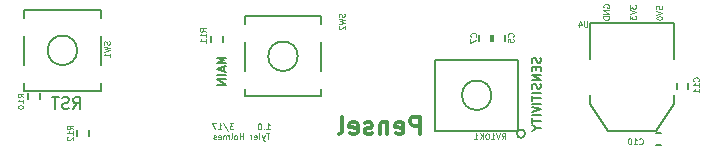
<source format=gbr>
G04 #@! TF.GenerationSoftware,KiCad,Pcbnew,(2016-12-18 revision 3ffa37c)-master*
G04 #@! TF.CreationDate,2017-04-07T22:16:59-07:00*
G04 #@! TF.ProjectId,Pensel,50656E73656C2E6B696361645F706362,rev?*
G04 #@! TF.FileFunction,Legend,Bot*
G04 #@! TF.FilePolarity,Positive*
%FSLAX46Y46*%
G04 Gerber Fmt 4.6, Leading zero omitted, Abs format (unit mm)*
G04 Created by KiCad (PCBNEW (2016-12-18 revision 3ffa37c)-master) date Friday, April 07, 2017 'PMt' 10:16:59 PM*
%MOMM*%
%LPD*%
G01*
G04 APERTURE LIST*
%ADD10C,0.100000*%
%ADD11C,0.150000*%
%ADD12C,0.200000*%
%ADD13C,0.300000*%
%ADD14C,0.075000*%
G04 APERTURE END LIST*
D10*
X105326190Y-139466666D02*
X105326190Y-139228571D01*
X105564285Y-139204761D01*
X105540476Y-139228571D01*
X105516666Y-139276190D01*
X105516666Y-139395238D01*
X105540476Y-139442857D01*
X105564285Y-139466666D01*
X105611904Y-139490476D01*
X105730952Y-139490476D01*
X105778571Y-139466666D01*
X105802380Y-139442857D01*
X105826190Y-139395238D01*
X105826190Y-139276190D01*
X105802380Y-139228571D01*
X105778571Y-139204761D01*
X105326190Y-139633333D02*
X105826190Y-139800000D01*
X105326190Y-139966666D01*
X105326190Y-140228571D02*
X105326190Y-140276190D01*
X105350000Y-140323809D01*
X105373809Y-140347619D01*
X105421428Y-140371428D01*
X105516666Y-140395238D01*
X105635714Y-140395238D01*
X105730952Y-140371428D01*
X105778571Y-140347619D01*
X105802380Y-140323809D01*
X105826190Y-140276190D01*
X105826190Y-140228571D01*
X105802380Y-140180952D01*
X105778571Y-140157142D01*
X105730952Y-140133333D01*
X105635714Y-140109523D01*
X105516666Y-140109523D01*
X105421428Y-140133333D01*
X105373809Y-140157142D01*
X105350000Y-140180952D01*
X105326190Y-140228571D01*
X103076190Y-139155952D02*
X103076190Y-139465476D01*
X103266666Y-139298809D01*
X103266666Y-139370238D01*
X103290476Y-139417857D01*
X103314285Y-139441666D01*
X103361904Y-139465476D01*
X103480952Y-139465476D01*
X103528571Y-139441666D01*
X103552380Y-139417857D01*
X103576190Y-139370238D01*
X103576190Y-139227380D01*
X103552380Y-139179761D01*
X103528571Y-139155952D01*
X103076190Y-139608333D02*
X103576190Y-139775000D01*
X103076190Y-139941666D01*
X103076190Y-140060714D02*
X103076190Y-140370238D01*
X103266666Y-140203571D01*
X103266666Y-140275000D01*
X103290476Y-140322619D01*
X103314285Y-140346428D01*
X103361904Y-140370238D01*
X103480952Y-140370238D01*
X103528571Y-140346428D01*
X103552380Y-140322619D01*
X103576190Y-140275000D01*
X103576190Y-140132142D01*
X103552380Y-140084523D01*
X103528571Y-140060714D01*
X100850000Y-139369047D02*
X100826190Y-139321428D01*
X100826190Y-139250000D01*
X100850000Y-139178571D01*
X100897619Y-139130952D01*
X100945238Y-139107142D01*
X101040476Y-139083333D01*
X101111904Y-139083333D01*
X101207142Y-139107142D01*
X101254761Y-139130952D01*
X101302380Y-139178571D01*
X101326190Y-139250000D01*
X101326190Y-139297619D01*
X101302380Y-139369047D01*
X101278571Y-139392857D01*
X101111904Y-139392857D01*
X101111904Y-139297619D01*
X101326190Y-139607142D02*
X100826190Y-139607142D01*
X101326190Y-139892857D01*
X100826190Y-139892857D01*
X101326190Y-140130952D02*
X100826190Y-140130952D01*
X100826190Y-140250000D01*
X100850000Y-140321428D01*
X100897619Y-140369047D01*
X100945238Y-140392857D01*
X101040476Y-140416666D01*
X101111904Y-140416666D01*
X101207142Y-140392857D01*
X101254761Y-140369047D01*
X101302380Y-140321428D01*
X101326190Y-140250000D01*
X101326190Y-140130952D01*
D11*
X95503571Y-143646428D02*
X95539285Y-143753571D01*
X95539285Y-143932142D01*
X95503571Y-144003571D01*
X95467857Y-144039285D01*
X95396428Y-144075000D01*
X95325000Y-144075000D01*
X95253571Y-144039285D01*
X95217857Y-144003571D01*
X95182142Y-143932142D01*
X95146428Y-143789285D01*
X95110714Y-143717857D01*
X95075000Y-143682142D01*
X95003571Y-143646428D01*
X94932142Y-143646428D01*
X94860714Y-143682142D01*
X94825000Y-143717857D01*
X94789285Y-143789285D01*
X94789285Y-143967857D01*
X94825000Y-144075000D01*
X95146428Y-144396428D02*
X95146428Y-144646428D01*
X95539285Y-144753571D02*
X95539285Y-144396428D01*
X94789285Y-144396428D01*
X94789285Y-144753571D01*
X95539285Y-145075000D02*
X94789285Y-145075000D01*
X95539285Y-145503571D01*
X94789285Y-145503571D01*
X95503571Y-145825000D02*
X95539285Y-145932142D01*
X95539285Y-146110714D01*
X95503571Y-146182142D01*
X95467857Y-146217857D01*
X95396428Y-146253571D01*
X95325000Y-146253571D01*
X95253571Y-146217857D01*
X95217857Y-146182142D01*
X95182142Y-146110714D01*
X95146428Y-145967857D01*
X95110714Y-145896428D01*
X95075000Y-145860714D01*
X95003571Y-145825000D01*
X94932142Y-145825000D01*
X94860714Y-145860714D01*
X94825000Y-145896428D01*
X94789285Y-145967857D01*
X94789285Y-146146428D01*
X94825000Y-146253571D01*
X95539285Y-146575000D02*
X94789285Y-146575000D01*
X94789285Y-146825000D02*
X94789285Y-147253571D01*
X95539285Y-147039285D02*
X94789285Y-147039285D01*
X95539285Y-147503571D02*
X94789285Y-147503571D01*
X94789285Y-147753571D02*
X95539285Y-148003571D01*
X94789285Y-148253571D01*
X95539285Y-148503571D02*
X94789285Y-148503571D01*
X94789285Y-148753571D02*
X94789285Y-149182142D01*
X95539285Y-148967857D02*
X94789285Y-148967857D01*
X95182142Y-149575000D02*
X95539285Y-149575000D01*
X94789285Y-149325000D02*
X95182142Y-149575000D01*
X94789285Y-149825000D01*
D12*
X55947619Y-147952380D02*
X56280952Y-147476190D01*
X56519047Y-147952380D02*
X56519047Y-146952380D01*
X56138095Y-146952380D01*
X56042857Y-147000000D01*
X55995238Y-147047619D01*
X55947619Y-147142857D01*
X55947619Y-147285714D01*
X55995238Y-147380952D01*
X56042857Y-147428571D01*
X56138095Y-147476190D01*
X56519047Y-147476190D01*
X55566666Y-147904761D02*
X55423809Y-147952380D01*
X55185714Y-147952380D01*
X55090476Y-147904761D01*
X55042857Y-147857142D01*
X54995238Y-147761904D01*
X54995238Y-147666666D01*
X55042857Y-147571428D01*
X55090476Y-147523809D01*
X55185714Y-147476190D01*
X55376190Y-147428571D01*
X55471428Y-147380952D01*
X55519047Y-147333333D01*
X55566666Y-147238095D01*
X55566666Y-147142857D01*
X55519047Y-147047619D01*
X55471428Y-147000000D01*
X55376190Y-146952380D01*
X55138095Y-146952380D01*
X54995238Y-147000000D01*
X54709523Y-146952380D02*
X54138095Y-146952380D01*
X54423809Y-147952380D02*
X54423809Y-146952380D01*
D11*
X68889285Y-143607142D02*
X68139285Y-143607142D01*
X68675000Y-143857142D01*
X68139285Y-144107142D01*
X68889285Y-144107142D01*
X68675000Y-144428571D02*
X68675000Y-144785714D01*
X68889285Y-144357142D02*
X68139285Y-144607142D01*
X68889285Y-144857142D01*
X68889285Y-145107142D02*
X68139285Y-145107142D01*
X68889285Y-145464285D02*
X68139285Y-145464285D01*
X68889285Y-145892857D01*
X68139285Y-145892857D01*
D10*
X72292857Y-149676190D02*
X72578571Y-149676190D01*
X72435714Y-149676190D02*
X72435714Y-149176190D01*
X72483333Y-149247619D01*
X72530952Y-149295238D01*
X72578571Y-149319047D01*
X72078571Y-149628571D02*
X72054761Y-149652380D01*
X72078571Y-149676190D01*
X72102380Y-149652380D01*
X72078571Y-149628571D01*
X72078571Y-149676190D01*
X71745238Y-149176190D02*
X71697619Y-149176190D01*
X71650000Y-149200000D01*
X71626190Y-149223809D01*
X71602380Y-149271428D01*
X71578571Y-149366666D01*
X71578571Y-149485714D01*
X71602380Y-149580952D01*
X71626190Y-149628571D01*
X71650000Y-149652380D01*
X71697619Y-149676190D01*
X71745238Y-149676190D01*
X71792857Y-149652380D01*
X71816666Y-149628571D01*
X71840476Y-149580952D01*
X71864285Y-149485714D01*
X71864285Y-149366666D01*
X71840476Y-149271428D01*
X71816666Y-149223809D01*
X71792857Y-149200000D01*
X71745238Y-149176190D01*
X69507142Y-149176190D02*
X69197619Y-149176190D01*
X69364285Y-149366666D01*
X69292857Y-149366666D01*
X69245238Y-149390476D01*
X69221428Y-149414285D01*
X69197619Y-149461904D01*
X69197619Y-149580952D01*
X69221428Y-149628571D01*
X69245238Y-149652380D01*
X69292857Y-149676190D01*
X69435714Y-149676190D01*
X69483333Y-149652380D01*
X69507142Y-149628571D01*
X68626190Y-149152380D02*
X69054761Y-149795238D01*
X68197619Y-149676190D02*
X68483333Y-149676190D01*
X68340476Y-149676190D02*
X68340476Y-149176190D01*
X68388095Y-149247619D01*
X68435714Y-149295238D01*
X68483333Y-149319047D01*
X68030952Y-149176190D02*
X67697619Y-149176190D01*
X67911904Y-149676190D01*
X72542857Y-150026190D02*
X72257142Y-150026190D01*
X72400000Y-150526190D02*
X72400000Y-150026190D01*
X72138095Y-150192857D02*
X72019047Y-150526190D01*
X71900000Y-150192857D02*
X72019047Y-150526190D01*
X72066666Y-150645238D01*
X72090476Y-150669047D01*
X72138095Y-150692857D01*
X71638095Y-150526190D02*
X71685714Y-150502380D01*
X71709523Y-150454761D01*
X71709523Y-150026190D01*
X71257142Y-150502380D02*
X71304761Y-150526190D01*
X71400000Y-150526190D01*
X71447619Y-150502380D01*
X71471428Y-150454761D01*
X71471428Y-150264285D01*
X71447619Y-150216666D01*
X71400000Y-150192857D01*
X71304761Y-150192857D01*
X71257142Y-150216666D01*
X71233333Y-150264285D01*
X71233333Y-150311904D01*
X71471428Y-150359523D01*
X71019047Y-150526190D02*
X71019047Y-150192857D01*
X71019047Y-150288095D02*
X70995238Y-150240476D01*
X70971428Y-150216666D01*
X70923809Y-150192857D01*
X70876190Y-150192857D01*
X70328571Y-150526190D02*
X70328571Y-150026190D01*
X70328571Y-150264285D02*
X70042857Y-150264285D01*
X70042857Y-150526190D02*
X70042857Y-150026190D01*
X69733333Y-150526190D02*
X69780952Y-150502380D01*
X69804761Y-150478571D01*
X69828571Y-150430952D01*
X69828571Y-150288095D01*
X69804761Y-150240476D01*
X69780952Y-150216666D01*
X69733333Y-150192857D01*
X69661904Y-150192857D01*
X69614285Y-150216666D01*
X69590476Y-150240476D01*
X69566666Y-150288095D01*
X69566666Y-150430952D01*
X69590476Y-150478571D01*
X69614285Y-150502380D01*
X69661904Y-150526190D01*
X69733333Y-150526190D01*
X69280952Y-150526190D02*
X69328571Y-150502380D01*
X69352380Y-150454761D01*
X69352380Y-150026190D01*
X69090476Y-150526190D02*
X69090476Y-150192857D01*
X69090476Y-150240476D02*
X69066666Y-150216666D01*
X69019047Y-150192857D01*
X68947619Y-150192857D01*
X68900000Y-150216666D01*
X68876190Y-150264285D01*
X68876190Y-150526190D01*
X68876190Y-150264285D02*
X68852380Y-150216666D01*
X68804761Y-150192857D01*
X68733333Y-150192857D01*
X68685714Y-150216666D01*
X68661904Y-150264285D01*
X68661904Y-150526190D01*
X68233333Y-150502380D02*
X68280952Y-150526190D01*
X68376190Y-150526190D01*
X68423809Y-150502380D01*
X68447619Y-150454761D01*
X68447619Y-150264285D01*
X68423809Y-150216666D01*
X68376190Y-150192857D01*
X68280952Y-150192857D01*
X68233333Y-150216666D01*
X68209523Y-150264285D01*
X68209523Y-150311904D01*
X68447619Y-150359523D01*
X68019047Y-150502380D02*
X67971428Y-150526190D01*
X67876190Y-150526190D01*
X67828571Y-150502380D01*
X67804761Y-150454761D01*
X67804761Y-150430952D01*
X67828571Y-150383333D01*
X67876190Y-150359523D01*
X67947619Y-150359523D01*
X67995238Y-150335714D01*
X68019047Y-150288095D01*
X68019047Y-150264285D01*
X67995238Y-150216666D01*
X67947619Y-150192857D01*
X67876190Y-150192857D01*
X67828571Y-150216666D01*
D13*
X85332142Y-150103571D02*
X85332142Y-148603571D01*
X84760714Y-148603571D01*
X84617857Y-148675000D01*
X84546428Y-148746428D01*
X84475000Y-148889285D01*
X84475000Y-149103571D01*
X84546428Y-149246428D01*
X84617857Y-149317857D01*
X84760714Y-149389285D01*
X85332142Y-149389285D01*
X83260714Y-150032142D02*
X83403571Y-150103571D01*
X83689285Y-150103571D01*
X83832142Y-150032142D01*
X83903571Y-149889285D01*
X83903571Y-149317857D01*
X83832142Y-149175000D01*
X83689285Y-149103571D01*
X83403571Y-149103571D01*
X83260714Y-149175000D01*
X83189285Y-149317857D01*
X83189285Y-149460714D01*
X83903571Y-149603571D01*
X82546428Y-149103571D02*
X82546428Y-150103571D01*
X82546428Y-149246428D02*
X82475000Y-149175000D01*
X82332142Y-149103571D01*
X82117857Y-149103571D01*
X81975000Y-149175000D01*
X81903571Y-149317857D01*
X81903571Y-150103571D01*
X81260714Y-150032142D02*
X81117857Y-150103571D01*
X80832142Y-150103571D01*
X80689285Y-150032142D01*
X80617857Y-149889285D01*
X80617857Y-149817857D01*
X80689285Y-149675000D01*
X80832142Y-149603571D01*
X81046428Y-149603571D01*
X81189285Y-149532142D01*
X81260714Y-149389285D01*
X81260714Y-149317857D01*
X81189285Y-149175000D01*
X81046428Y-149103571D01*
X80832142Y-149103571D01*
X80689285Y-149175000D01*
X79403571Y-150032142D02*
X79546428Y-150103571D01*
X79832142Y-150103571D01*
X79975000Y-150032142D01*
X80046428Y-149889285D01*
X80046428Y-149317857D01*
X79975000Y-149175000D01*
X79832142Y-149103571D01*
X79546428Y-149103571D01*
X79403571Y-149175000D01*
X79332142Y-149317857D01*
X79332142Y-149460714D01*
X80046428Y-149603571D01*
X78475000Y-150103571D02*
X78617857Y-150032142D01*
X78689285Y-149889285D01*
X78689285Y-148603571D01*
D11*
X99694000Y-143726000D02*
X99694000Y-140678000D01*
X99694000Y-140678000D02*
X106806000Y-140678000D01*
X106806000Y-140678000D02*
X106806000Y-143726000D01*
X99694000Y-146774000D02*
X99694000Y-147536000D01*
X99694000Y-147536000D02*
X101218000Y-149822000D01*
X101218000Y-149822000D02*
X105282000Y-149822000D01*
X105282000Y-149822000D02*
X106806000Y-147536000D01*
X106806000Y-147536000D02*
X106806000Y-146774000D01*
X107050000Y-146250000D02*
X107050000Y-145750000D01*
X108000000Y-145750000D02*
X108000000Y-146250000D01*
X94203553Y-150050000D02*
G75*
G03X94203553Y-150050000I-353553J0D01*
G01*
X91350000Y-146800000D02*
G75*
G03X91350000Y-146800000I-1250000J0D01*
G01*
X93600000Y-143800000D02*
X86600000Y-143800000D01*
X86600000Y-143800000D02*
X86600000Y-149800000D01*
X86600000Y-149800000D02*
X93600000Y-149800000D01*
X93600000Y-149800000D02*
X93600000Y-143800000D01*
X74950000Y-143500000D02*
G75*
G03X74950000Y-143500000I-1250000J0D01*
G01*
X76950000Y-140750000D02*
X76950000Y-140100000D01*
X76950000Y-140100000D02*
X70450000Y-140100000D01*
X70450000Y-140100000D02*
X70450000Y-140750000D01*
X76950000Y-146250000D02*
X76950000Y-146900000D01*
X76950000Y-146900000D02*
X70450000Y-146900000D01*
X70450000Y-146900000D02*
X70450000Y-146250000D01*
X76950000Y-144750000D02*
X76950000Y-142250000D01*
X70450000Y-144750000D02*
X70450000Y-142250000D01*
X92475000Y-141700000D02*
X92475000Y-142200000D01*
X91525000Y-142200000D02*
X91525000Y-141700000D01*
X91275000Y-141700000D02*
X91275000Y-142200000D01*
X90325000Y-142200000D02*
X90325000Y-141700000D01*
X105250000Y-150025000D02*
X105750000Y-150025000D01*
X105750000Y-150975000D02*
X105250000Y-150975000D01*
X53125000Y-146650000D02*
X53125000Y-147150000D01*
X52075000Y-147150000D02*
X52075000Y-146650000D01*
X68625000Y-141800000D02*
X68625000Y-142300000D01*
X67575000Y-142300000D02*
X67575000Y-141800000D01*
X56225000Y-150250000D02*
X56225000Y-149750000D01*
X57275000Y-149750000D02*
X57275000Y-150250000D01*
X56275000Y-143000000D02*
G75*
G03X56275000Y-143000000I-1250000J0D01*
G01*
X51775000Y-145750000D02*
X51775000Y-146400000D01*
X51775000Y-146400000D02*
X58275000Y-146400000D01*
X58275000Y-146400000D02*
X58275000Y-145750000D01*
X51775000Y-140250000D02*
X51775000Y-139600000D01*
X51775000Y-139600000D02*
X58275000Y-139600000D01*
X58275000Y-139600000D02*
X58275000Y-140250000D01*
X51775000Y-141750000D02*
X51775000Y-144250000D01*
X58275000Y-141750000D02*
X58275000Y-144250000D01*
D14*
X99480952Y-140526190D02*
X99480952Y-140930952D01*
X99457142Y-140978571D01*
X99433333Y-141002380D01*
X99385714Y-141026190D01*
X99290476Y-141026190D01*
X99242857Y-141002380D01*
X99219047Y-140978571D01*
X99195238Y-140930952D01*
X99195238Y-140526190D01*
X98742857Y-140692857D02*
X98742857Y-141026190D01*
X98861904Y-140502380D02*
X98980952Y-140859523D01*
X98671428Y-140859523D01*
X108878571Y-145603571D02*
X108902380Y-145579761D01*
X108926190Y-145508333D01*
X108926190Y-145460714D01*
X108902380Y-145389285D01*
X108854761Y-145341666D01*
X108807142Y-145317857D01*
X108711904Y-145294047D01*
X108640476Y-145294047D01*
X108545238Y-145317857D01*
X108497619Y-145341666D01*
X108450000Y-145389285D01*
X108426190Y-145460714D01*
X108426190Y-145508333D01*
X108450000Y-145579761D01*
X108473809Y-145603571D01*
X108926190Y-146079761D02*
X108926190Y-145794047D01*
X108926190Y-145936904D02*
X108426190Y-145936904D01*
X108497619Y-145889285D01*
X108545238Y-145841666D01*
X108569047Y-145794047D01*
X108926190Y-146555952D02*
X108926190Y-146270238D01*
X108926190Y-146413095D02*
X108426190Y-146413095D01*
X108497619Y-146365476D01*
X108545238Y-146317857D01*
X108569047Y-146270238D01*
X92223809Y-150526190D02*
X92390476Y-150288095D01*
X92509523Y-150526190D02*
X92509523Y-150026190D01*
X92319047Y-150026190D01*
X92271428Y-150050000D01*
X92247619Y-150073809D01*
X92223809Y-150121428D01*
X92223809Y-150192857D01*
X92247619Y-150240476D01*
X92271428Y-150264285D01*
X92319047Y-150288095D01*
X92509523Y-150288095D01*
X92080952Y-150026190D02*
X91914285Y-150526190D01*
X91747619Y-150026190D01*
X91319047Y-150526190D02*
X91604761Y-150526190D01*
X91461904Y-150526190D02*
X91461904Y-150026190D01*
X91509523Y-150097619D01*
X91557142Y-150145238D01*
X91604761Y-150169047D01*
X91009523Y-150026190D02*
X90961904Y-150026190D01*
X90914285Y-150050000D01*
X90890476Y-150073809D01*
X90866666Y-150121428D01*
X90842857Y-150216666D01*
X90842857Y-150335714D01*
X90866666Y-150430952D01*
X90890476Y-150478571D01*
X90914285Y-150502380D01*
X90961904Y-150526190D01*
X91009523Y-150526190D01*
X91057142Y-150502380D01*
X91080952Y-150478571D01*
X91104761Y-150430952D01*
X91128571Y-150335714D01*
X91128571Y-150216666D01*
X91104761Y-150121428D01*
X91080952Y-150073809D01*
X91057142Y-150050000D01*
X91009523Y-150026190D01*
X90628571Y-150526190D02*
X90628571Y-150026190D01*
X90342857Y-150526190D02*
X90557142Y-150240476D01*
X90342857Y-150026190D02*
X90628571Y-150311904D01*
X89866666Y-150526190D02*
X90152380Y-150526190D01*
X90009523Y-150526190D02*
X90009523Y-150026190D01*
X90057142Y-150097619D01*
X90104761Y-150145238D01*
X90152380Y-150169047D01*
X78902380Y-139883333D02*
X78926190Y-139954761D01*
X78926190Y-140073809D01*
X78902380Y-140121428D01*
X78878571Y-140145238D01*
X78830952Y-140169047D01*
X78783333Y-140169047D01*
X78735714Y-140145238D01*
X78711904Y-140121428D01*
X78688095Y-140073809D01*
X78664285Y-139978571D01*
X78640476Y-139930952D01*
X78616666Y-139907142D01*
X78569047Y-139883333D01*
X78521428Y-139883333D01*
X78473809Y-139907142D01*
X78450000Y-139930952D01*
X78426190Y-139978571D01*
X78426190Y-140097619D01*
X78450000Y-140169047D01*
X78426190Y-140335714D02*
X78926190Y-140454761D01*
X78569047Y-140550000D01*
X78926190Y-140645238D01*
X78426190Y-140764285D01*
X78473809Y-140930952D02*
X78450000Y-140954761D01*
X78426190Y-141002380D01*
X78426190Y-141121428D01*
X78450000Y-141169047D01*
X78473809Y-141192857D01*
X78521428Y-141216666D01*
X78569047Y-141216666D01*
X78640476Y-141192857D01*
X78926190Y-140907142D01*
X78926190Y-141216666D01*
X93178571Y-141841666D02*
X93202380Y-141817857D01*
X93226190Y-141746428D01*
X93226190Y-141698809D01*
X93202380Y-141627380D01*
X93154761Y-141579761D01*
X93107142Y-141555952D01*
X93011904Y-141532142D01*
X92940476Y-141532142D01*
X92845238Y-141555952D01*
X92797619Y-141579761D01*
X92750000Y-141627380D01*
X92726190Y-141698809D01*
X92726190Y-141746428D01*
X92750000Y-141817857D01*
X92773809Y-141841666D01*
X92726190Y-142294047D02*
X92726190Y-142055952D01*
X92964285Y-142032142D01*
X92940476Y-142055952D01*
X92916666Y-142103571D01*
X92916666Y-142222619D01*
X92940476Y-142270238D01*
X92964285Y-142294047D01*
X93011904Y-142317857D01*
X93130952Y-142317857D01*
X93178571Y-142294047D01*
X93202380Y-142270238D01*
X93226190Y-142222619D01*
X93226190Y-142103571D01*
X93202380Y-142055952D01*
X93178571Y-142032142D01*
X90028571Y-141841666D02*
X90052380Y-141817857D01*
X90076190Y-141746428D01*
X90076190Y-141698809D01*
X90052380Y-141627380D01*
X90004761Y-141579761D01*
X89957142Y-141555952D01*
X89861904Y-141532142D01*
X89790476Y-141532142D01*
X89695238Y-141555952D01*
X89647619Y-141579761D01*
X89600000Y-141627380D01*
X89576190Y-141698809D01*
X89576190Y-141746428D01*
X89600000Y-141817857D01*
X89623809Y-141841666D01*
X89576190Y-142008333D02*
X89576190Y-142341666D01*
X90076190Y-142127380D01*
X103871428Y-150903571D02*
X103895238Y-150927380D01*
X103966666Y-150951190D01*
X104014285Y-150951190D01*
X104085714Y-150927380D01*
X104133333Y-150879761D01*
X104157142Y-150832142D01*
X104180952Y-150736904D01*
X104180952Y-150665476D01*
X104157142Y-150570238D01*
X104133333Y-150522619D01*
X104085714Y-150475000D01*
X104014285Y-150451190D01*
X103966666Y-150451190D01*
X103895238Y-150475000D01*
X103871428Y-150498809D01*
X103395238Y-150951190D02*
X103680952Y-150951190D01*
X103538095Y-150951190D02*
X103538095Y-150451190D01*
X103585714Y-150522619D01*
X103633333Y-150570238D01*
X103680952Y-150594047D01*
X103085714Y-150451190D02*
X103038095Y-150451190D01*
X102990476Y-150475000D01*
X102966666Y-150498809D01*
X102942857Y-150546428D01*
X102919047Y-150641666D01*
X102919047Y-150760714D01*
X102942857Y-150855952D01*
X102966666Y-150903571D01*
X102990476Y-150927380D01*
X103038095Y-150951190D01*
X103085714Y-150951190D01*
X103133333Y-150927380D01*
X103157142Y-150903571D01*
X103180952Y-150855952D01*
X103204761Y-150760714D01*
X103204761Y-150641666D01*
X103180952Y-150546428D01*
X103157142Y-150498809D01*
X103133333Y-150475000D01*
X103085714Y-150451190D01*
X51726190Y-146978571D02*
X51488095Y-146811904D01*
X51726190Y-146692857D02*
X51226190Y-146692857D01*
X51226190Y-146883333D01*
X51250000Y-146930952D01*
X51273809Y-146954761D01*
X51321428Y-146978571D01*
X51392857Y-146978571D01*
X51440476Y-146954761D01*
X51464285Y-146930952D01*
X51488095Y-146883333D01*
X51488095Y-146692857D01*
X51726190Y-147454761D02*
X51726190Y-147169047D01*
X51726190Y-147311904D02*
X51226190Y-147311904D01*
X51297619Y-147264285D01*
X51345238Y-147216666D01*
X51369047Y-147169047D01*
X51226190Y-147764285D02*
X51226190Y-147811904D01*
X51250000Y-147859523D01*
X51273809Y-147883333D01*
X51321428Y-147907142D01*
X51416666Y-147930952D01*
X51535714Y-147930952D01*
X51630952Y-147907142D01*
X51678571Y-147883333D01*
X51702380Y-147859523D01*
X51726190Y-147811904D01*
X51726190Y-147764285D01*
X51702380Y-147716666D01*
X51678571Y-147692857D01*
X51630952Y-147669047D01*
X51535714Y-147645238D01*
X51416666Y-147645238D01*
X51321428Y-147669047D01*
X51273809Y-147692857D01*
X51250000Y-147716666D01*
X51226190Y-147764285D01*
X67151190Y-141403571D02*
X66913095Y-141236904D01*
X67151190Y-141117857D02*
X66651190Y-141117857D01*
X66651190Y-141308333D01*
X66675000Y-141355952D01*
X66698809Y-141379761D01*
X66746428Y-141403571D01*
X66817857Y-141403571D01*
X66865476Y-141379761D01*
X66889285Y-141355952D01*
X66913095Y-141308333D01*
X66913095Y-141117857D01*
X67151190Y-141879761D02*
X67151190Y-141594047D01*
X67151190Y-141736904D02*
X66651190Y-141736904D01*
X66722619Y-141689285D01*
X66770238Y-141641666D01*
X66794047Y-141594047D01*
X67151190Y-142355952D02*
X67151190Y-142070238D01*
X67151190Y-142213095D02*
X66651190Y-142213095D01*
X66722619Y-142165476D01*
X66770238Y-142117857D01*
X66794047Y-142070238D01*
X55926190Y-149678571D02*
X55688095Y-149511904D01*
X55926190Y-149392857D02*
X55426190Y-149392857D01*
X55426190Y-149583333D01*
X55450000Y-149630952D01*
X55473809Y-149654761D01*
X55521428Y-149678571D01*
X55592857Y-149678571D01*
X55640476Y-149654761D01*
X55664285Y-149630952D01*
X55688095Y-149583333D01*
X55688095Y-149392857D01*
X55926190Y-150154761D02*
X55926190Y-149869047D01*
X55926190Y-150011904D02*
X55426190Y-150011904D01*
X55497619Y-149964285D01*
X55545238Y-149916666D01*
X55569047Y-149869047D01*
X55473809Y-150345238D02*
X55450000Y-150369047D01*
X55426190Y-150416666D01*
X55426190Y-150535714D01*
X55450000Y-150583333D01*
X55473809Y-150607142D01*
X55521428Y-150630952D01*
X55569047Y-150630952D01*
X55640476Y-150607142D01*
X55926190Y-150321428D01*
X55926190Y-150630952D01*
X59002380Y-142233333D02*
X59026190Y-142304761D01*
X59026190Y-142423809D01*
X59002380Y-142471428D01*
X58978571Y-142495238D01*
X58930952Y-142519047D01*
X58883333Y-142519047D01*
X58835714Y-142495238D01*
X58811904Y-142471428D01*
X58788095Y-142423809D01*
X58764285Y-142328571D01*
X58740476Y-142280952D01*
X58716666Y-142257142D01*
X58669047Y-142233333D01*
X58621428Y-142233333D01*
X58573809Y-142257142D01*
X58550000Y-142280952D01*
X58526190Y-142328571D01*
X58526190Y-142447619D01*
X58550000Y-142519047D01*
X58526190Y-142685714D02*
X59026190Y-142804761D01*
X58669047Y-142900000D01*
X59026190Y-142995238D01*
X58526190Y-143114285D01*
X59026190Y-143566666D02*
X59026190Y-143280952D01*
X59026190Y-143423809D02*
X58526190Y-143423809D01*
X58597619Y-143376190D01*
X58645238Y-143328571D01*
X58669047Y-143280952D01*
M02*

</source>
